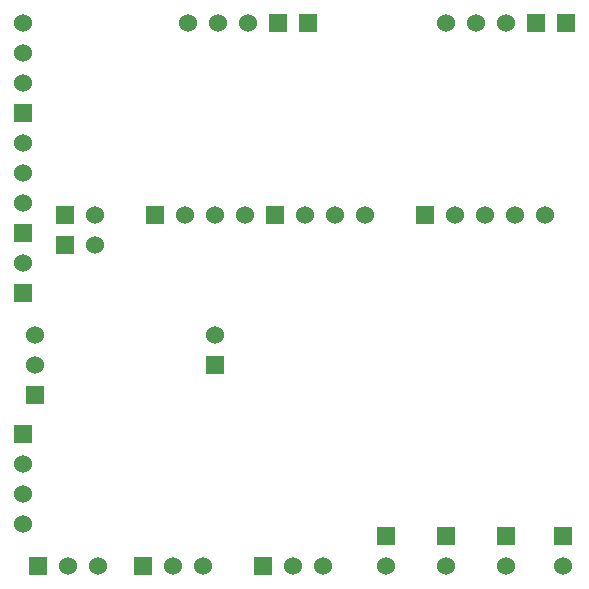
<source format=gbs>
G04 (created by PCBNEW (2013-07-07 BZR 4022)-stable) date 07/03/2014 16:09:31*
%MOIN*%
G04 Gerber Fmt 3.4, Leading zero omitted, Abs format*
%FSLAX34Y34*%
G01*
G70*
G90*
G04 APERTURE LIST*
%ADD10C,0.00590551*%
%ADD11R,0.06X0.06*%
%ADD12C,0.06*%
G04 APERTURE END LIST*
G54D10*
G54D11*
X28000Y-19000D03*
G54D12*
X29000Y-19000D03*
X30000Y-19000D03*
X31000Y-19000D03*
X32000Y-19000D03*
G54D11*
X23100Y-12600D03*
G54D12*
X22100Y-12600D03*
X21100Y-12600D03*
X20100Y-12600D03*
G54D11*
X31700Y-12600D03*
G54D12*
X30700Y-12600D03*
X29700Y-12600D03*
X28700Y-12600D03*
G54D11*
X14600Y-15600D03*
G54D12*
X14600Y-14600D03*
X14600Y-13600D03*
X14600Y-12600D03*
G54D11*
X23000Y-19000D03*
G54D12*
X24000Y-19000D03*
X25000Y-19000D03*
X26000Y-19000D03*
G54D11*
X19000Y-19000D03*
G54D12*
X20000Y-19000D03*
X21000Y-19000D03*
X22000Y-19000D03*
G54D11*
X14600Y-19600D03*
G54D12*
X14600Y-18600D03*
X14600Y-17600D03*
X14600Y-16600D03*
G54D11*
X15100Y-30700D03*
G54D12*
X16100Y-30700D03*
X17100Y-30700D03*
G54D11*
X22600Y-30700D03*
G54D12*
X23600Y-30700D03*
X24600Y-30700D03*
G54D11*
X18600Y-30700D03*
G54D12*
X19600Y-30700D03*
X20600Y-30700D03*
G54D11*
X30700Y-29700D03*
G54D12*
X30700Y-30700D03*
G54D11*
X28700Y-29700D03*
G54D12*
X28700Y-30700D03*
G54D11*
X26700Y-29700D03*
G54D12*
X26700Y-30700D03*
G54D11*
X32600Y-29700D03*
G54D12*
X32600Y-30700D03*
G54D11*
X16000Y-20000D03*
G54D12*
X17000Y-20000D03*
G54D11*
X16000Y-19000D03*
G54D12*
X17000Y-19000D03*
G54D11*
X21000Y-24000D03*
G54D12*
X21000Y-23000D03*
G54D11*
X32700Y-12600D03*
X24100Y-12600D03*
X15000Y-25000D03*
G54D12*
X15000Y-24000D03*
X15000Y-23000D03*
G54D11*
X14600Y-26300D03*
G54D12*
X14600Y-27300D03*
X14600Y-28300D03*
X14600Y-29300D03*
G54D11*
X14600Y-21600D03*
G54D12*
X14600Y-20600D03*
M02*

</source>
